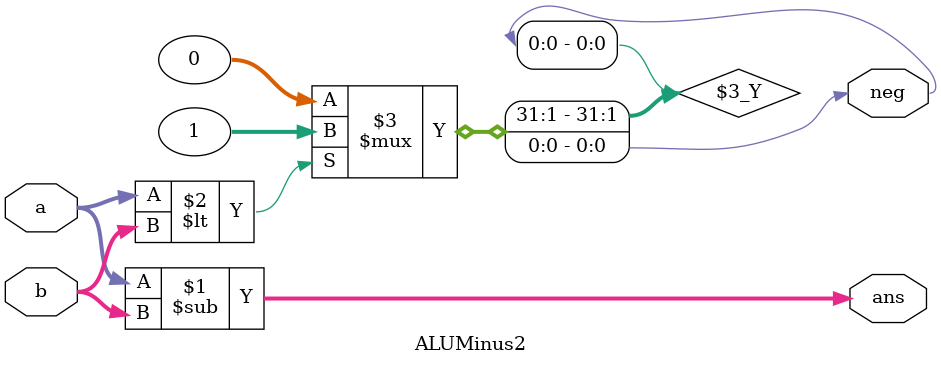
<source format=sv>
module ALUMinus2(a, b, neg, ans);
	parameter WIDTH = 4;
	input [WIDTH-1:0] a, b;
	output neg;
	output [WIDTH-1:0] ans;
	assign ans = a - b;
	assign neg = (a < b) ? 1 : 0;
endmodule

</source>
